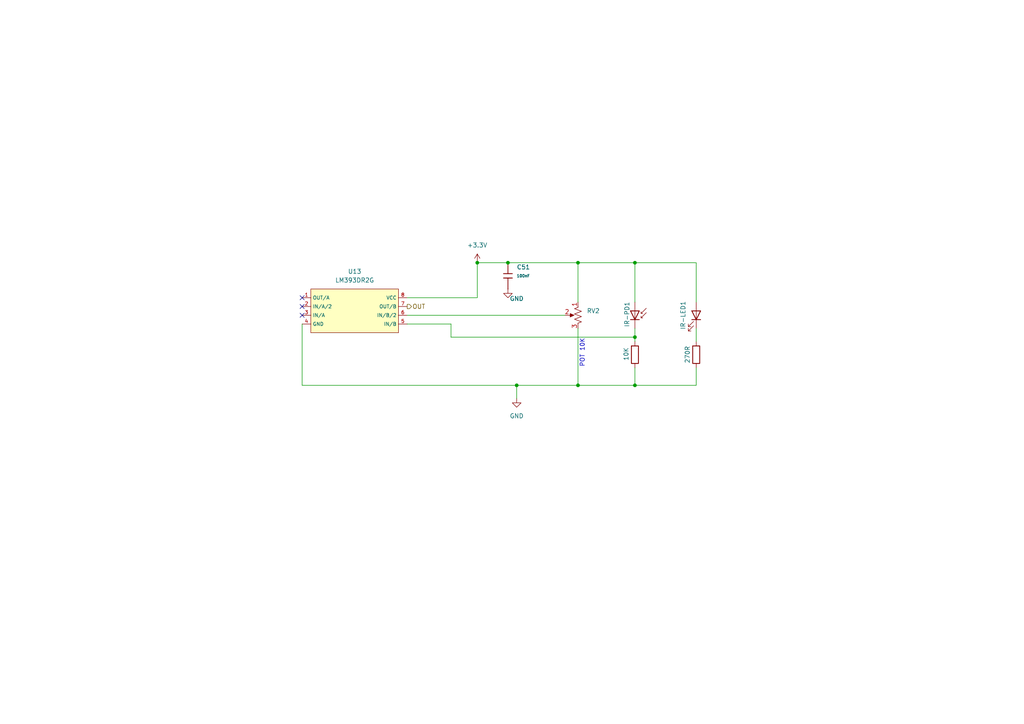
<source format=kicad_sch>
(kicad_sch (version 20250114) (generator "eeschema") (generator_version "9.0")
  (paper "A4")
  (lib_symbols
    (symbol "Device:D_Photo" (pin_numbers (hide yes)) (pin_names (hide yes))
      (property "Reference" "D" (at 0.508 1.778 0))
      (property "Value" "D_Photo" (at -1.016 -2.794 0))
      (symbol "D_Photo_0_1"
        (polyline (pts (xy -2.54 1.27) (xy -2.54 -1.27)) (stroke (width 0.254)))
        (polyline (pts (xy -2.032 1.778) (xy -1.524 1.778)))
        (polyline (pts (xy -0.508 3.302) (xy -2.032 1.778) (xy -2.032 2.286)))
        (polyline (pts (xy 0 0) (xy -2.54 0)))
        (polyline (pts (xy 0 -1.27) (xy 0 1.27) (xy -2.54 0) (xy 0 -1.27)) (stroke (width 0.254)))
        (polyline (pts (xy 0.762 3.302) (xy -0.762 1.778) (xy -0.762 2.286) (xy -0.762 1.778) (xy -0.254 1.778)))
      )
      (symbol "D_Photo_1_1"
        (pin passive line (at -5.08 0 0) (length 2.54) (name "K") (number "1"))
        (pin passive line (at 2.54 0 180) (length 2.54) (name "A") (number "2"))
      )
    )
    (symbol "Device:R" (pin_numbers (hide yes)) (pin_names (offset 0))
      (property "Reference" "R" (at 2.032 0 90))
      (property "Value" "R" (at 0 0 90))
      (symbol "R_0_1"
        (rectangle (start -1.016 -2.54) (end 1.016 2.54) (stroke (width 0.254)))
      )
      (symbol "R_1_1"
        (pin passive line (at 0 3.81 270) (length 1.27) (name "~") (number "1"))
        (pin passive line (at 0 -3.81 90) (length 1.27) (name "~") (number "2"))
      )
    )
    (symbol "Device:R_Potentiometer_US" (pin_names (offset 1.016) (hide yes))
      (property "Reference" "RV" (at -4.445 0 90))
      (property "Value" "R_Potentiometer_US" (at -2.54 0 90))
      (symbol "R_Potentiometer_US_0_1"
        (polyline (pts (xy 0 2.54) (xy 0 2.286)))
        (polyline (pts (xy 0 2.286) (xy 1.016 1.905) (xy 0 1.524) (xy -1.016 1.143) (xy 0 0.762)))
        (polyline (pts (xy 0 0.762) (xy 1.016 0.381) (xy 0 0) (xy -1.016 -0.381) (xy 0 -0.762)))
        (polyline (pts (xy 0 -0.762) (xy 1.016 -1.143) (xy 0 -1.524) (xy -1.016 -1.905) (xy 0 -2.286)))
        (polyline (pts (xy 0 -2.286) (xy 0 -2.54)))
        (polyline (pts (xy 1.143 0) (xy 2.286 0.508) (xy 2.286 -0.508) (xy 1.143 0)) (fill (type outline)))
        (polyline (pts (xy 2.54 0) (xy 1.524 0)))
      )
      (symbol "R_Potentiometer_US_1_1"
        (pin passive line (at 0 3.81 270) (length 1.27) (name "1") (number "1"))
        (pin passive line (at 0 -3.81 90) (length 1.27) (name "3") (number "3"))
        (pin passive line (at 3.81 0 180) (length 1.27) (name "2") (number "2"))
      )
    )
    (symbol "LED:IR26-21C_L110_TR8" (pin_numbers (hide yes)) (pin_names (offset 1.016) (hide yes))
      (property "Reference" "D" (at 0 2.54 0))
      (property "Value" "IR26-21C_L110_TR8" (at 0 -3.81 0))
      (symbol "IR26-21C_L110_TR8_0_1"
        (polyline (pts (xy -3.048 -0.762) (xy -4.572 -2.286) (xy -3.81 -2.286) (xy -4.572 -2.286) (xy -4.572 -1.524)))
        (polyline (pts (xy -1.778 -0.762) (xy -3.302 -2.286) (xy -2.54 -2.286) (xy -3.302 -2.286) (xy -3.302 -1.524)))
        (polyline (pts (xy -1.27 0) (xy 1.27 0)))
        (polyline (pts (xy -1.27 -1.27) (xy -1.27 1.27)) (stroke (width 0.254)))
        (polyline (pts (xy 1.27 -1.27) (xy 1.27 1.27) (xy -1.27 0) (xy 1.27 -1.27)) (stroke (width 0.254)))
      )
      (symbol "IR26-21C_L110_TR8_1_1"
        (pin passive line (at -3.81 0 0) (length 2.54) (name "K") (number "1"))
        (pin passive line (at 3.81 0 180) (length 2.54) (name "A") (number "2"))
      )
    )
    (symbol "PCM_JLCPCB-Analog:Comparator, LM393DR2G"
      (property "Reference" "U" (at 0 2.54 0))
      (property "Value" "LM393DR2G" (at 0 -1.27 0))
      (symbol "Comparator, LM393DR2G_0_1"
        (rectangle (start -12.7 7.62) (end 12.7 -5.08) (fill (type background)))
        (pin unspecified line (at -15.24 5.08 0) (length 2.54) (name "OUT/A") (number "1"))
        (pin unspecified line (at -15.24 2.54 0) (length 2.54) (name "IN/A/2") (number "2"))
        (pin unspecified line (at -15.24 0 0) (length 2.54) (name "IN/A") (number "3"))
        (pin unspecified line (at -15.24 -2.54 0) (length 2.54) (name "GND") (number "4"))
        (pin unspecified line (at 15.24 5.08 180) (length 2.54) (name "VCC") (number "8"))
        (pin unspecified line (at 15.24 2.54 180) (length 2.54) (name "OUT/B") (number "7"))
        (pin unspecified line (at 15.24 0 180) (length 2.54) (name "IN/B/2") (number "6"))
        (pin unspecified line (at 15.24 -2.54 180) (length 2.54) (name "IN/B") (number "5"))
      )
    )
    (symbol "PCM_JLCPCB-Capacitors:0805,100nF,(2)" (pin_numbers (hide yes)) (pin_names (offset 0))
      (property "Reference" "C" (at 2.032 1.668 0))
      (property "Value" "100nF" (at 2.032 -0.3782 0))
      (property "Voltage Rated" "50V" (at 2.032 -2.0462 0))
      (symbol "0805,100nF,(2)_0_1"
        (polyline (pts (xy -1.27 0.635) (xy 1.27 0.635)) (stroke (width 0.254)))
        (polyline (pts (xy -1.27 -0.635) (xy 1.27 -0.635)) (stroke (width 0.254)))
      )
      (symbol "0805,100nF,(2)_1_1"
        (pin passive line (at 0 3.81 270) (length 3.175) (name "~") (number "1"))
        (pin passive line (at 0 -3.81 90) (length 3.175) (name "~") (number "2"))
      )
    )
    (symbol "power:+3.3V" (power) (pin_numbers (hide yes)) (pin_names (offset 0) (hide yes))
      (property "Value" "+3.3V" (at 0 3.556 0))
      (symbol "+3.3V_0_1"
        (polyline (pts (xy -0.762 1.27) (xy 0 2.54)))
        (polyline (pts (xy 0 2.54) (xy 0.762 1.27)))
        (polyline (pts (xy 0 0) (xy 0 2.54)))
      )
      (symbol "+3.3V_1_1"
        (pin power_in line (at 0 0 90) (length 0) (name "~") (number "1"))
      )
    )
    (symbol "power:GND" (power) (pin_numbers (hide yes)) (pin_names (offset 0) (hide yes))
      (property "Value" "GND" (at 0 -3.81 0))
      (symbol "GND_0_1"
        (polyline (pts (xy 0 0) (xy 0 -1.27) (xy 1.27 -1.27) (xy 0 -2.54) (xy -1.27 -1.27) (xy 0 -1.27)))
      )
      (symbol "GND_1_1"
        (pin power_in line (at 0 0 270) (length 0) (name "~") (number "1"))
      )
    )
  )
  (text "POT 10K" (at 168.91 102.362 90) (effects (font (size 1.27 1.27))))
  (junction (at 184.15 76.2))
  (junction (at 147.32 76.2))
  (junction (at 167.64 76.2))
  (junction (at 138.43 76.2))
  (junction (at 167.64 111.76))
  (junction (at 149.86 111.76))
  (junction (at 184.15 97.79))
  (junction (at 184.15 111.76))
  (no_connect (at 87.63 88.9))
  (no_connect (at 87.63 86.36))
  (no_connect (at 87.63 91.44))
  (wire (pts (xy 201.93 106.68) (xy 201.93 111.76)))
  (wire (pts (xy 118.11 93.98) (xy 130.81 93.98)))
  (wire (pts (xy 167.64 76.2) (xy 167.64 87.63)))
  (wire (pts (xy 87.63 111.76) (xy 87.63 93.98)))
  (wire (pts (xy 149.86 111.76) (xy 167.64 111.76)))
  (wire (pts (xy 138.43 76.2) (xy 147.32 76.2)))
  (wire (pts (xy 167.64 95.25) (xy 167.64 111.76)))
  (wire (pts (xy 149.86 111.76) (xy 149.86 115.57)))
  (wire (pts (xy 130.81 97.79) (xy 184.15 97.79)))
  (wire (pts (xy 138.43 86.36) (xy 138.43 76.2)))
  (wire (pts (xy 184.15 97.79) (xy 184.15 99.06)))
  (wire (pts (xy 167.64 76.2) (xy 184.15 76.2)))
  (wire (pts (xy 201.93 95.25) (xy 201.93 99.06)))
  (wire (pts (xy 147.32 76.2) (xy 167.64 76.2)))
  (wire (pts (xy 87.63 111.76) (xy 149.86 111.76)))
  (wire (pts (xy 167.64 111.76) (xy 184.15 111.76)))
  (wire (pts (xy 184.15 76.2) (xy 201.93 76.2)))
  (wire (pts (xy 118.11 91.44) (xy 163.83 91.44)))
  (wire (pts (xy 130.81 93.98) (xy 130.81 97.79)))
  (wire (pts (xy 184.15 76.2) (xy 184.15 87.63)))
  (wire (pts (xy 184.15 106.68) (xy 184.15 111.76)))
  (wire (pts (xy 118.11 86.36) (xy 138.43 86.36)))
  (wire (pts (xy 184.15 95.25) (xy 184.15 97.79)))
  (wire (pts (xy 201.93 111.76) (xy 184.15 111.76)))
  (wire (pts (xy 201.93 87.63) (xy 201.93 76.2)))
  (hierarchical_label "OUT" (shape output) (at 118.11 88.9 0))
  (symbol (lib_id "LED:IR26-21C_L110_TR8") (at 201.93 91.44 270) (mirror x) (unit 1)
    (property "Reference" "IR-LED1" (at 198.12 91.44 0))
    (property "Value" "IR26-21C_L110_TR8" (effects (hide yes)))
    (property "Footprint" "LED_SMD:LED_1206_3216Metric" (effects (hide yes)))
    (property "Datasheet" "http://www.everlight.com/file/ProductFile/IR26-21C-L110-TR8.pdf" (effects (hide yes)))
    (property "Description" "940nm, 20 deg, Infrared LED, 1206" (effects (hide yes)))
    (property "LCSC" "C965892" (effects (hide yes)))
  )
  (symbol (lib_id "power:GND") (at 149.86 115.57 0) (unit 1)
    (property "Reference" "#PWR0101" (effects (hide yes)))
    (property "Value" "GND" (at 149.86 120.65 0))
    (property "Description" "Power symbol creates a global label with name \"GND\" , ground" (effects (hide yes)))
  )
  (symbol (lib_id "Device:R_Potentiometer_US") (at 167.64 91.44 0) (mirror y) (unit 1)
    (property "Reference" "RV2" (at 170.18 90.1699 0) (effects (justify right)))
    (property "Value" "R_Potentiometer_US" (effects (hide yes)))
    (property "Footprint" "Potentiometer_THT:Potentiometer_Piher_PT-6-V_Vertical_Hole" (effects (hide yes)))
    (property "Datasheet" "https://www.lcsc.com/datasheet/lcsc_datasheet_2304140030_HDK-Hokuriku-Elec-Industry-VG039NCHXTB503_C145161.pdf" (effects (hide yes)))
  )
  (symbol (lib_id "power:+3.3V") (at 138.43 76.2 0) (unit 1)
    (property "Reference" "#PWR099" (effects (hide yes)))
    (property "Value" "+3.3V" (at 138.43 71.12 0))
    (property "Description" "Power symbol creates a global label with name \"+3.3V\"" (effects (hide yes)))
  )
  (symbol (lib_id "Device:D_Photo") (at 184.15 90.17 270) (mirror x) (unit 1)
    (property "Reference" "IR-PD1" (at 181.864 91.186 0))
    (property "Value" "D_Photo" (effects (hide yes)))
    (property "Footprint" "LED_THT:LED_D5.0mm" (effects (hide yes)))
    (property "Datasheet" "https://www.everlight.com.cn/wp-content/plugins/ItemRelationship/product_files/pdf/PD333-3B-H0-L2.pdf" (effects (hide yes)))
    (property "Description" "Photodiode" (effects (hide yes)))
    (property "LCSC" "C965891" (effects (hide yes)))
  )
  (symbol (lib_id "PCM_JLCPCB-Capacitors:0805,100nF,(2)") (at 147.32 80.01 0) (unit 1)
    (property "Reference" "C51" (at 149.86 77.4699 0) (effects (justify left)))
    (property "Value" "100nF" (at 149.86 80.01 0) (effects (font (size 0.8 0.8)) (justify left)))
    (property "Footprint" "PCM_JLCPCB:C_0805" (effects (hide yes)))
    (property "Datasheet" "https://www.lcsc.com/datasheet/lcsc_datasheet_2304140030_YAGEO-CC0805KRX7R9BB104_C49678.pdf" (effects (hide yes)))
    (property "Description" "50V 100nF X7R ±10% 0805 Multilayer Ceramic Capacitors MLCC - SMD/SMT ROHS" (effects (hide yes)))
    (property "LCSC" "C49678" (effects (hide yes)))
    (property "Stock" "13992598" (effects (hide yes)))
    (property "Price" "0.008USD" (effects (hide yes)))
    (property "Process" "SMT" (effects (hide yes)))
    (property "Minimum Qty" "20" (effects (hide yes)))
    (property "Attrition Qty" "10" (effects (hide yes)))
    (property "Class" "Basic Component" (effects (hide yes)))
    (property "Category" "Capacitors,Multilayer Ceramic Capacitors MLCC - SMD/SMT" (effects (hide yes)))
    (property "Manufacturer" "YAGEO" (effects (hide yes)))
    (property "Part" "CC0805KRX7R9BB104" (effects (hide yes)))
    (property "Voltage Rated" "50V" (effects (hide yes)))
    (property "Tolerance" "±10%" (effects (hide yes)))
    (property "Capacitance" "100nF" (effects (hide yes)))
    (property "Temperature Coefficient" "X7R" (effects (hide yes)))
  )
  (symbol (lib_id "power:GND") (at 147.32 83.82 0) (unit 1)
    (property "Reference" "#PWR0100" (effects (hide yes)))
    (property "Value" "GND" (at 149.86 86.614 0))
    (property "Description" "Power symbol creates a global label with name \"GND\" , ground" (effects (hide yes)))
  )
  (symbol (lib_id "Device:R") (at 184.15 102.87 0) (unit 1)
    (property "Reference" "R35" (effects (hide yes)))
    (property "Value" "10K" (at 181.61 104.648 90) (effects (justify left)))
    (property "Footprint" "Resistor_SMD:R_0805_2012Metric" (effects (hide yes)))
    (property "Datasheet" "https://jlcpcb.com/api/file/downloadByFileSystemAccessId/8562006748401074176" (effects (hide yes)))
    (property "Description" "Resistor" (effects (hide yes)))
    (property "Part #" "C17414" (effects (hide yes)))
  )
  (symbol (lib_id "Device:R") (at 201.93 102.87 0) (unit 1)
    (property "Reference" "R36" (effects (hide yes)))
    (property "Value" "270R" (at 199.39 105.41 90) (effects (justify left)))
    (property "Footprint" "Resistor_SMD:R_0805_2012Metric" (effects (hide yes)))
    (property "Datasheet" "https://jlcpcb.com/api/file/downloadByFileSystemAccessId/8562006748401074176" (effects (hide yes)))
    (property "Description" "Resistor" (effects (hide yes)))
    (property "Part #" "0805W8F1002T5E" (effects (hide yes)))
  )
  (symbol (lib_id "PCM_JLCPCB-Analog:Comparator, LM393DR2G") (at 102.87 91.44 0) (unit 1)
    (property "Reference" "U13" (at 102.87 78.74 0))
    (property "Value" "LM393DR2G" (at 102.87 81.28 0))
    (property "Footprint" "PCM_JLCPCB:SOIC-8_L5.0-W4.0-P1.27-LS6.0-BL" (effects (hide yes)))
    (property "Datasheet" "https://www.lcsc.com/datasheet/lcsc_datasheet_1809171611_onsemi-LM393DR2G_C7955.pdf" (effects (hide yes)))
    (property "Description" "5mV 250nA SOIC-8 Comparators ROHS" (effects (hide yes)))
    (property "LCSC" "C7955" (effects (hide yes)))
    (property "Stock" "66944" (effects (hide yes)))
    (property "Price" "0.102USD" (effects (hide yes)))
    (property "Process" "SMT" (effects (hide yes)))
    (property "Minimum Qty" "1" (effects (hide yes)))
    (property "Attrition Qty" "0" (effects (hide yes)))
    (property "Class" "Basic Component" (effects (hide yes)))
    (property "Category" "Amplifiers,Comparators" (effects (hide yes)))
    (property "Manufacturer" "onsemi" (effects (hide yes)))
    (property "Part" "LM393DR2G" (effects (hide yes)))
    (property "Input Offset Voltage (Vos)" "5mV" (effects (hide yes)))
    (property "Number Of Elements" "2" (effects (hide yes)))
    (property "Supply Voltage" "2V~36V;1V~18V" (effects (hide yes)))
    (property "Supply Current" "2.5mA" (effects (hide yes)))
    (property "Output Type" "开集;轨到轨" (effects (hide yes)))
    (property "Operating Temperature" "0°C~+70°C" (effects (hide yes)))
    (property "Input Bias Current (Ib)" "0.25uA" (effects (hide yes)))
  )
)
</source>
